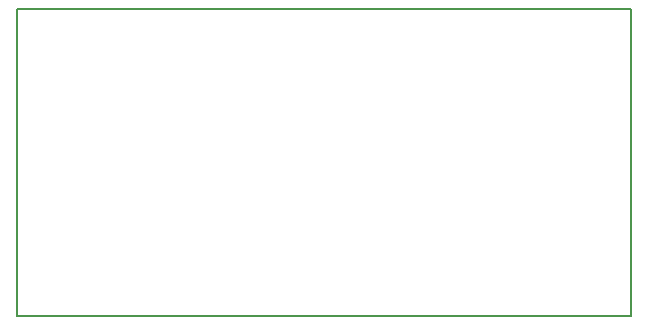
<source format=gm1>
%TF.GenerationSoftware,KiCad,Pcbnew,7.0.5*%
%TF.CreationDate,2024-03-20T19:06:25+01:00*%
%TF.ProjectId,anemometer,616e656d-6f6d-4657-9465-722e6b696361,rev?*%
%TF.SameCoordinates,Original*%
%TF.FileFunction,Profile,NP*%
%FSLAX46Y46*%
G04 Gerber Fmt 4.6, Leading zero omitted, Abs format (unit mm)*
G04 Created by KiCad (PCBNEW 7.0.5) date 2024-03-20 19:06:25*
%MOMM*%
%LPD*%
G01*
G04 APERTURE LIST*
%TA.AperFunction,Profile*%
%ADD10C,0.200000*%
%TD*%
G04 APERTURE END LIST*
D10*
X68500000Y-79000000D02*
X120500000Y-79000000D01*
X120500000Y-105000000D01*
X68500000Y-105000000D01*
X68500000Y-79000000D01*
M02*

</source>
